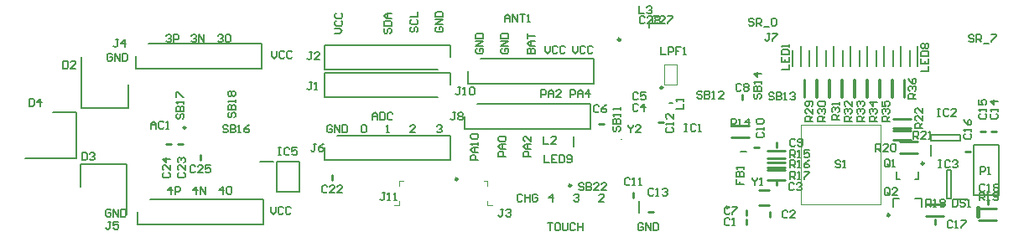
<source format=gto>
G04*
G04 #@! TF.GenerationSoftware,Altium Limited,Altium Designer,19.1.5 (86)*
G04*
G04 Layer_Color=65535*
%FSLAX25Y25*%
%MOIN*%
G70*
G01*
G75*
%ADD10C,0.01181*%
%ADD11C,0.00984*%
%ADD12C,0.00394*%
%ADD13C,0.01000*%
%ADD14C,0.00787*%
%ADD15C,0.01575*%
%ADD16C,0.00600*%
%ADD17C,0.00598*%
D10*
X340394Y183500D02*
G03*
X340394Y183500I-394J0D01*
G01*
D11*
X357350Y164382D02*
G03*
X357350Y164382I-492J0D01*
G01*
X275779Y127949D02*
G03*
X275779Y127949I-492J0D01*
G01*
X320905Y125480D02*
G03*
X320905Y125480I-492J0D01*
G01*
X383331Y116831D02*
G03*
X383331Y116831I-492J0D01*
G01*
X447512Y113626D02*
G03*
X447512Y113626I-492J0D01*
G01*
X461095Y134240D02*
G03*
X461095Y134240I-492J0D01*
G01*
X167693Y148453D02*
G03*
X167693Y148453I-492J0D01*
G01*
D12*
X340776Y143756D02*
G03*
X341169Y143756I197J0D01*
G01*
D02*
G03*
X340776Y143756I-197J0D01*
G01*
X358000Y173500D02*
X362921D01*
X358000Y165500D02*
Y173374D01*
X363000Y165500D02*
Y173374D01*
X358079Y165500D02*
X363000D01*
X250654Y117766D02*
X252654D01*
Y119266D01*
X287654Y117766D02*
Y119266D01*
Y117766D02*
X289654D01*
X252654Y125266D02*
Y127266D01*
X254154D01*
X286154D02*
X287654D01*
Y125266D02*
Y127266D01*
X412252Y118063D02*
X443748D01*
X412252D02*
Y149559D01*
X443748D01*
Y118063D02*
Y149559D01*
D13*
X448638Y160457D02*
Y167543D01*
X453362Y160457D02*
Y167543D01*
X332000Y149999D02*
X334000D01*
X355500Y150499D02*
X357500D01*
X388999Y159500D02*
Y161500D01*
X384457Y144638D02*
X391543D01*
X384457Y149362D02*
X391543D01*
X393500Y140499D02*
X395500D01*
X402499Y140500D02*
Y142500D01*
X390499Y113500D02*
Y115500D01*
Y110000D02*
Y112000D01*
X399999Y113000D02*
Y115000D01*
X395453Y117547D02*
X399390D01*
X395453Y123453D02*
X399390D01*
X402499Y125500D02*
Y127500D01*
X398957Y132452D02*
X406043D01*
X398957Y127728D02*
X406043D01*
X398957Y131455D02*
X406043D01*
X398957Y136179D02*
X406043D01*
X398957Y134638D02*
X406043D01*
X398957Y139362D02*
X406043D01*
X465501Y110000D02*
Y112000D01*
X461957Y117862D02*
X469043D01*
X461957Y113138D02*
X469043D01*
X488000Y147001D02*
X490000D01*
X483500D02*
X485500D01*
X477500Y139001D02*
X479500D01*
X451457Y142862D02*
X458543D01*
X451457Y138138D02*
X458543D01*
X448957Y143638D02*
X456043D01*
X448957Y148362D02*
X456043D01*
X448957Y147138D02*
X456043D01*
X448957Y151862D02*
X456043D01*
X443638Y160457D02*
Y167543D01*
X448362Y160457D02*
Y167543D01*
X438638Y160457D02*
Y167543D01*
X443362Y160457D02*
Y167543D01*
X433638Y160457D02*
Y167543D01*
X438362Y160457D02*
Y167543D01*
X428638Y160457D02*
Y167543D01*
X433362Y160457D02*
Y167543D01*
X423638Y160457D02*
Y167543D01*
X428362Y160457D02*
Y167543D01*
X418638Y160457D02*
Y167543D01*
X423362Y160457D02*
Y167543D01*
X413638Y160457D02*
Y167543D01*
X418362Y160457D02*
Y167543D01*
X225999Y127500D02*
Y129500D01*
X173499Y135500D02*
Y137500D01*
X164500Y142001D02*
X166500D01*
X160000D02*
X162000D01*
X486501Y118000D02*
Y120000D01*
X482957Y111638D02*
X490043D01*
X482957Y116362D02*
X490043D01*
X351500Y115001D02*
X353500D01*
X345501Y120500D02*
Y122500D01*
D14*
X448782Y172851D02*
Y179150D01*
X451932Y172851D02*
Y180921D01*
X352000Y188409D02*
Y189591D01*
X278500Y148098D02*
Y153000D01*
Y148098D02*
X328500D01*
Y157902D01*
X283500D02*
X328500D01*
X280000Y166098D02*
Y171000D01*
Y166098D02*
X330000D01*
Y175902D01*
X285000D02*
X330000D01*
X273000Y176500D02*
Y181402D01*
X223000D02*
X273000D01*
X223000Y171598D02*
Y181402D01*
Y171598D02*
X268000D01*
X273000Y165500D02*
Y170402D01*
X223000D02*
X273000D01*
X223000Y160598D02*
Y170402D01*
Y160598D02*
X268000D01*
X322000Y140933D02*
Y145067D01*
X348000Y114500D02*
Y119402D01*
X359909Y158165D02*
X361091D01*
X388319Y139000D02*
X390681D01*
X470213Y120291D02*
X471787D01*
X470213D02*
Y131709D01*
X471787D01*
Y120291D02*
Y131709D01*
X473165Y120094D02*
X478677D01*
X463854Y137236D02*
Y141764D01*
X463953Y143142D02*
X475567D01*
Y145701D01*
X463953D02*
X475567D01*
X463953Y143142D02*
Y145701D01*
X481000Y121500D02*
Y141500D01*
Y121500D02*
X491000D01*
Y141500D01*
X481000D02*
X491000D01*
X457650Y120122D02*
X460248D01*
Y116913D02*
Y120122D01*
X448752D02*
X451350D01*
X448752Y116913D02*
Y120122D01*
X450169Y128039D02*
X451547D01*
X450169D02*
Y130945D01*
X457453Y128039D02*
X458831D01*
Y130945D01*
X428854Y172851D02*
Y179150D01*
X432003Y172851D02*
Y180921D01*
X415568Y172851D02*
Y179150D01*
X418718Y172851D02*
Y180921D01*
X422211Y172851D02*
Y179150D01*
X425360Y172851D02*
Y180921D01*
X435497Y172851D02*
Y179150D01*
X438646Y172851D02*
Y180921D01*
X442139Y172851D02*
Y179150D01*
X445289Y172851D02*
Y180921D01*
X455425Y172851D02*
Y179150D01*
X458575Y172851D02*
Y180921D01*
X408925Y172851D02*
Y179150D01*
X412075Y172851D02*
Y180921D01*
X148000Y172098D02*
Y177000D01*
Y172098D02*
X198000D01*
Y181902D01*
X153000D02*
X198000D01*
X223000Y135598D02*
Y140500D01*
Y135598D02*
X273000D01*
Y145402D01*
X228000D02*
X273000D01*
X197083Y134906D02*
X202594D01*
X203972Y123094D02*
Y134906D01*
Y123094D02*
X213028D01*
Y134906D01*
X203972D02*
X213028D01*
X125748Y125000D02*
Y134055D01*
X144252D01*
Y113976D02*
Y134055D01*
X148500Y110098D02*
Y115000D01*
Y110098D02*
X198500D01*
Y119902D01*
X153500D02*
X198500D01*
X115000Y154752D02*
X124055D01*
Y136248D02*
Y154752D01*
X103976Y136248D02*
X124055D01*
X144752Y156445D02*
Y165500D01*
X126248Y156445D02*
X144752D01*
X126248D02*
Y176524D01*
D15*
X482496Y113425D02*
Y116575D01*
D16*
X242000Y151500D02*
Y153499D01*
X243000Y154499D01*
X243999Y153499D01*
Y151500D01*
Y152999D01*
X242000D01*
X244999Y154499D02*
Y151500D01*
X246498D01*
X246998Y152000D01*
Y153999D01*
X246498Y154499D01*
X244999D01*
X249997Y153999D02*
X249498Y154499D01*
X248498D01*
X247998Y153999D01*
Y152000D01*
X248498Y151500D01*
X249498D01*
X249997Y152000D01*
X225999Y148999D02*
X225500Y149499D01*
X224500D01*
X224000Y148999D01*
Y147000D01*
X224500Y146500D01*
X225500D01*
X225999Y147000D01*
Y148000D01*
X225000D01*
X226999Y146500D02*
Y149499D01*
X228998Y146500D01*
Y149499D01*
X229998D02*
Y146500D01*
X231498D01*
X231997Y147000D01*
Y148999D01*
X231498Y149499D01*
X229998D01*
X267500Y148999D02*
X268000Y149499D01*
X269000D01*
X269499Y148999D01*
Y148499D01*
X269000Y148000D01*
X268500D01*
X269000D01*
X269499Y147500D01*
Y147000D01*
X269000Y146500D01*
X268000D01*
X267500Y147000D01*
X258999Y146500D02*
X257000D01*
X258999Y148499D01*
Y148999D01*
X258500Y149499D01*
X257500D01*
X257000Y148999D01*
X247500Y146500D02*
X248500D01*
X248000D01*
Y149499D01*
X247500Y148999D01*
X237500D02*
X238000Y149499D01*
X239000D01*
X239499Y148999D01*
Y147000D01*
X239000Y146500D01*
X238000D01*
X237500Y147000D01*
Y148999D01*
X480999Y184999D02*
X480500Y185499D01*
X479500D01*
X479000Y184999D01*
Y184499D01*
X479500Y184000D01*
X480500D01*
X480999Y183500D01*
Y183000D01*
X480500Y182500D01*
X479500D01*
X479000Y183000D01*
X481999Y182500D02*
Y185499D01*
X483498D01*
X483998Y184999D01*
Y184000D01*
X483498Y183500D01*
X481999D01*
X482999D02*
X483998Y182500D01*
X484998Y182000D02*
X486997D01*
X487997Y185499D02*
X489996D01*
Y184999D01*
X487997Y183000D01*
Y182500D01*
X393499Y191499D02*
X393000Y191999D01*
X392000D01*
X391500Y191499D01*
Y190999D01*
X392000Y190499D01*
X393000D01*
X393499Y190000D01*
Y189500D01*
X393000Y189000D01*
X392000D01*
X391500Y189500D01*
X394499Y189000D02*
Y191999D01*
X395999D01*
X396498Y191499D01*
Y190499D01*
X395999Y190000D01*
X394499D01*
X395499D02*
X396498Y189000D01*
X397498Y188500D02*
X399497D01*
X400497Y191499D02*
X400997Y191999D01*
X401997D01*
X402496Y191499D01*
Y189500D01*
X401997Y189000D01*
X400997D01*
X400497Y189500D01*
Y191499D01*
X333999Y119000D02*
X332000D01*
X333999Y120999D01*
Y121499D01*
X333500Y121999D01*
X332500D01*
X332000Y121499D01*
X322000D02*
X322500Y121999D01*
X323499D01*
X323999Y121499D01*
Y120999D01*
X323499Y120500D01*
X323000D01*
X323499D01*
X323999Y120000D01*
Y119500D01*
X323499Y119000D01*
X322500D01*
X322000Y119500D01*
X313499Y119000D02*
Y121999D01*
X312000Y120500D01*
X313999D01*
X301499Y121499D02*
X300999Y121999D01*
X300000D01*
X299500Y121499D01*
Y119500D01*
X300000Y119000D01*
X300999D01*
X301499Y119500D01*
X302499Y121999D02*
Y119000D01*
Y120500D01*
X304498D01*
Y121999D01*
Y119000D01*
X307497Y121499D02*
X306998Y121999D01*
X305998D01*
X305498Y121499D01*
Y119500D01*
X305998Y119000D01*
X306998D01*
X307497Y119500D01*
Y120500D01*
X306498D01*
X349499Y109999D02*
X349000Y110499D01*
X348000D01*
X347500Y109999D01*
Y108000D01*
X348000Y107500D01*
X349000D01*
X349499Y108000D01*
Y109000D01*
X348500D01*
X350499Y107500D02*
Y110499D01*
X352498Y107500D01*
Y110499D01*
X353498D02*
Y107500D01*
X354998D01*
X355497Y108000D01*
Y109999D01*
X354998Y110499D01*
X353498D01*
X311500Y110499D02*
X313499D01*
X312500D01*
Y107500D01*
X315999Y110499D02*
X314999D01*
X314499Y109999D01*
Y108000D01*
X314999Y107500D01*
X315999D01*
X316498Y108000D01*
Y109999D01*
X315999Y110499D01*
X317498D02*
Y108000D01*
X317998Y107500D01*
X318998D01*
X319497Y108000D01*
Y110499D01*
X322496Y109999D02*
X321997Y110499D01*
X320997D01*
X320497Y109999D01*
Y108000D01*
X320997Y107500D01*
X321997D01*
X322496Y108000D01*
X323496Y110499D02*
Y107500D01*
Y109000D01*
X325496D01*
Y110499D01*
Y107500D01*
X320500Y160500D02*
Y163499D01*
X322000D01*
X322499Y162999D01*
Y161999D01*
X322000Y161500D01*
X320500D01*
X323499Y160500D02*
Y162499D01*
X324499Y163499D01*
X325498Y162499D01*
Y160500D01*
Y161999D01*
X323499D01*
X327998Y160500D02*
Y163499D01*
X326498Y161999D01*
X328497D01*
X309000Y160500D02*
Y163499D01*
X310500D01*
X310999Y162999D01*
Y161999D01*
X310500Y161500D01*
X309000D01*
X311999Y160500D02*
Y162499D01*
X312999Y163499D01*
X313998Y162499D01*
Y160500D01*
Y161999D01*
X311999D01*
X316997Y160500D02*
X314998D01*
X316997Y162499D01*
Y162999D01*
X316498Y163499D01*
X315498D01*
X314998Y162999D01*
X305000Y137000D02*
X302001D01*
Y138499D01*
X302501Y138999D01*
X303501D01*
X304000Y138499D01*
Y137000D01*
X305000Y139999D02*
X303001D01*
X302001Y140999D01*
X303001Y141998D01*
X305000D01*
X303501D01*
Y139999D01*
X305000Y144997D02*
Y142998D01*
X303001Y144997D01*
X302501D01*
X302001Y144498D01*
Y143498D01*
X302501Y142998D01*
X295000Y137000D02*
X292001D01*
Y138499D01*
X292501Y138999D01*
X293500D01*
X294000Y138499D01*
Y137000D01*
X295000Y139999D02*
X293001D01*
X292001Y140999D01*
X293001Y141998D01*
X295000D01*
X293500D01*
Y139999D01*
X292501Y142998D02*
X292001Y143498D01*
Y144498D01*
X292501Y144997D01*
X294500D01*
X295000Y144498D01*
Y143498D01*
X294500Y142998D01*
X292501D01*
X284000Y135500D02*
X281001D01*
Y136999D01*
X281501Y137499D01*
X282501D01*
X283000Y136999D01*
Y135500D01*
X284000Y138499D02*
X282001D01*
X281001Y139499D01*
X282001Y140498D01*
X284000D01*
X282501D01*
Y138499D01*
X284000Y141498D02*
Y142498D01*
Y141998D01*
X281001D01*
X281501Y141498D01*
Y143997D02*
X281001Y144497D01*
Y145497D01*
X281501Y145997D01*
X283500D01*
X284000Y145497D01*
Y144497D01*
X283500Y143997D01*
X281501D01*
X321500Y180999D02*
Y179000D01*
X322500Y178000D01*
X323499Y179000D01*
Y180999D01*
X326498Y180499D02*
X325998Y180999D01*
X324999D01*
X324499Y180499D01*
Y178500D01*
X324999Y178000D01*
X325998D01*
X326498Y178500D01*
X329497Y180499D02*
X328998Y180999D01*
X327998D01*
X327498Y180499D01*
Y178500D01*
X327998Y178000D01*
X328998D01*
X329497Y178500D01*
X310500Y180999D02*
Y179000D01*
X311500Y178000D01*
X312499Y179000D01*
Y180999D01*
X315498Y180499D02*
X314999Y180999D01*
X313999D01*
X313499Y180499D01*
Y178500D01*
X313999Y178000D01*
X314999D01*
X315498Y178500D01*
X318497Y180499D02*
X317998Y180999D01*
X316998D01*
X316498Y180499D01*
Y178500D01*
X316998Y178000D01*
X317998D01*
X318497Y178500D01*
X303501Y178000D02*
X306500D01*
Y179499D01*
X306000Y179999D01*
X305500D01*
X305000Y179499D01*
Y178000D01*
Y179499D01*
X304501Y179999D01*
X304001D01*
X303501Y179499D01*
Y178000D01*
X306500Y180999D02*
X304501D01*
X303501Y181999D01*
X304501Y182998D01*
X306500D01*
X305000D01*
Y180999D01*
X303501Y183998D02*
Y185997D01*
Y184998D01*
X306500D01*
X293501Y179999D02*
X293001Y179499D01*
Y178500D01*
X293501Y178000D01*
X295500D01*
X296000Y178500D01*
Y179499D01*
X295500Y179999D01*
X294500D01*
Y179000D01*
X296000Y180999D02*
X293001D01*
X296000Y182998D01*
X293001D01*
Y183998D02*
X296000D01*
Y185498D01*
X295500Y185997D01*
X293501D01*
X293001Y185498D01*
Y183998D01*
X283501Y179999D02*
X283001Y179499D01*
Y178500D01*
X283501Y178000D01*
X285500D01*
X286000Y178500D01*
Y179499D01*
X285500Y179999D01*
X284501D01*
Y179000D01*
X286000Y180999D02*
X283001D01*
X286000Y182998D01*
X283001D01*
Y183998D02*
X286000D01*
Y185498D01*
X285500Y185997D01*
X283501D01*
X283001Y185498D01*
Y183998D01*
X267501Y188499D02*
X267001Y187999D01*
Y187000D01*
X267501Y186500D01*
X269500D01*
X270000Y187000D01*
Y187999D01*
X269500Y188499D01*
X268500D01*
Y187500D01*
X270000Y189499D02*
X267001D01*
X270000Y191498D01*
X267001D01*
Y192498D02*
X270000D01*
Y193998D01*
X269500Y194497D01*
X267501D01*
X267001Y193998D01*
Y192498D01*
X257501Y188499D02*
X257001Y187999D01*
Y187000D01*
X257501Y186500D01*
X258001D01*
X258501Y187000D01*
Y187999D01*
X259000Y188499D01*
X259500D01*
X260000Y187999D01*
Y187000D01*
X259500Y186500D01*
X257501Y191498D02*
X257001Y190999D01*
Y189999D01*
X257501Y189499D01*
X259500D01*
X260000Y189999D01*
Y190999D01*
X259500Y191498D01*
X257001Y192498D02*
X260000D01*
Y194497D01*
X247001Y187999D02*
X246501Y187499D01*
Y186500D01*
X247001Y186000D01*
X247501D01*
X248001Y186500D01*
Y187499D01*
X248500Y187999D01*
X249000D01*
X249500Y187499D01*
Y186500D01*
X249000Y186000D01*
X246501Y188999D02*
X249500D01*
Y190499D01*
X249000Y190998D01*
X247001D01*
X246501Y190499D01*
Y188999D01*
X249500Y191998D02*
X247501D01*
X246501Y192998D01*
X247501Y193997D01*
X249500D01*
X248001D01*
Y191998D01*
X227001Y186000D02*
X229000D01*
X230000Y187000D01*
X229000Y187999D01*
X227001D01*
X227501Y190998D02*
X227001Y190499D01*
Y189499D01*
X227501Y188999D01*
X229500D01*
X230000Y189499D01*
Y190499D01*
X229500Y190998D01*
X227501Y193997D02*
X227001Y193498D01*
Y192498D01*
X227501Y191998D01*
X229500D01*
X230000Y192498D01*
Y193498D01*
X229500Y193997D01*
X160000Y184999D02*
X160500Y185499D01*
X161500D01*
X161999Y184999D01*
Y184499D01*
X161500Y184000D01*
X161000D01*
X161500D01*
X161999Y183500D01*
Y183000D01*
X161500Y182500D01*
X160500D01*
X160000Y183000D01*
X162999Y182500D02*
Y185499D01*
X164499D01*
X164998Y184999D01*
Y184000D01*
X164499Y183500D01*
X162999D01*
X170000Y184999D02*
X170500Y185499D01*
X171500D01*
X171999Y184999D01*
Y184499D01*
X171500Y184000D01*
X171000D01*
X171500D01*
X171999Y183500D01*
Y183000D01*
X171500Y182500D01*
X170500D01*
X170000Y183000D01*
X172999Y182500D02*
Y185499D01*
X174998Y182500D01*
Y185499D01*
X180500Y184999D02*
X181000Y185499D01*
X182000D01*
X182499Y184999D01*
Y184499D01*
X182000Y184000D01*
X181500D01*
X182000D01*
X182499Y183500D01*
Y183000D01*
X182000Y182500D01*
X181000D01*
X180500Y183000D01*
X184999Y185499D02*
X183999D01*
X183499Y184999D01*
Y183000D01*
X183999Y182500D01*
X184999D01*
X185498Y183000D01*
Y184999D01*
X184999Y185499D01*
X202000Y178999D02*
Y177000D01*
X203000Y176000D01*
X203999Y177000D01*
Y178999D01*
X206998Y178499D02*
X206499Y178999D01*
X205499D01*
X204999Y178499D01*
Y176500D01*
X205499Y176000D01*
X206499D01*
X206998Y176500D01*
X209997Y178499D02*
X209498Y178999D01*
X208498D01*
X207998Y178499D01*
Y176500D01*
X208498Y176000D01*
X209498D01*
X209997Y176500D01*
X138499Y177499D02*
X137999Y177999D01*
X137000D01*
X136500Y177499D01*
Y175500D01*
X137000Y175000D01*
X137999D01*
X138499Y175500D01*
Y176499D01*
X137500D01*
X139499Y175000D02*
Y177999D01*
X141498Y175000D01*
Y177999D01*
X142498D02*
Y175000D01*
X143998D01*
X144497Y175500D01*
Y177499D01*
X143998Y177999D01*
X142498D01*
X201500Y116999D02*
Y115000D01*
X202500Y114000D01*
X203499Y115000D01*
Y116999D01*
X206498Y116499D02*
X205998Y116999D01*
X204999D01*
X204499Y116499D01*
Y114500D01*
X204999Y114000D01*
X205998D01*
X206498Y114500D01*
X209497Y116499D02*
X208998Y116999D01*
X207998D01*
X207498Y116499D01*
Y114500D01*
X207998Y114000D01*
X208998D01*
X209497Y114500D01*
X137999Y115499D02*
X137499Y115999D01*
X136500D01*
X136000Y115499D01*
Y113500D01*
X136500Y113000D01*
X137499D01*
X137999Y113500D01*
Y114499D01*
X137000D01*
X138999Y113000D02*
Y115999D01*
X140998Y113000D01*
Y115999D01*
X141998D02*
Y113000D01*
X143498D01*
X143997Y113500D01*
Y115499D01*
X143498Y115999D01*
X141998D01*
X182500Y122000D02*
Y124999D01*
X181000Y123500D01*
X182999D01*
X185499Y124999D02*
X184499D01*
X183999Y124499D01*
Y122500D01*
X184499Y122000D01*
X185499D01*
X185998Y122500D01*
Y124499D01*
X185499Y124999D01*
X172000Y122000D02*
Y124999D01*
X170500Y123500D01*
X172499D01*
X173499Y122000D02*
Y124999D01*
X175498Y122000D01*
Y124999D01*
X161999Y122000D02*
Y124999D01*
X160500Y123500D01*
X162499D01*
X163499Y122000D02*
Y124999D01*
X164999D01*
X165498Y124499D01*
Y123500D01*
X164999Y123000D01*
X163499D01*
X347900Y196899D02*
Y193900D01*
X349899D01*
X350899Y196399D02*
X351399Y196899D01*
X352398D01*
X352898Y196399D01*
Y195899D01*
X352398Y195399D01*
X351899D01*
X352398D01*
X352898Y194900D01*
Y194400D01*
X352398Y193900D01*
X351399D01*
X350899Y194400D01*
X350199Y192299D02*
X349699Y192799D01*
X348700D01*
X348200Y192299D01*
Y190300D01*
X348700Y189800D01*
X349699D01*
X350199Y190300D01*
X353198Y189800D02*
X351199D01*
X353198Y191799D01*
Y192299D01*
X352698Y192799D01*
X351699D01*
X351199Y192299D01*
X354198D02*
X354698Y192799D01*
X355698D01*
X356197Y192299D01*
Y191799D01*
X355698Y191299D01*
X356197Y190800D01*
Y190300D01*
X355698Y189800D01*
X354698D01*
X354198Y190300D01*
Y190800D01*
X354698Y191299D01*
X354198Y191799D01*
Y192299D01*
X354698Y191299D02*
X355698D01*
X355199Y192299D02*
X354699Y192799D01*
X353700D01*
X353200Y192299D01*
Y190300D01*
X353700Y189800D01*
X354699D01*
X355199Y190300D01*
X358198Y189800D02*
X356199D01*
X358198Y191799D01*
Y192299D01*
X357698Y192799D01*
X356699D01*
X356199Y192299D01*
X359198Y192799D02*
X361197D01*
Y192299D01*
X359198Y190300D01*
Y189800D01*
X294500Y190500D02*
Y192499D01*
X295500Y193499D01*
X296499Y192499D01*
Y190500D01*
Y191999D01*
X294500D01*
X297499Y190500D02*
Y193499D01*
X299498Y190500D01*
Y193499D01*
X300498D02*
X302497D01*
X301498D01*
Y190500D01*
X303497D02*
X304497D01*
X303997D01*
Y193499D01*
X303497Y192999D01*
X356500Y180599D02*
Y177600D01*
X358499D01*
X359499D02*
Y180599D01*
X360999D01*
X361498Y180099D01*
Y179100D01*
X360999Y178600D01*
X359499D01*
X364497Y180599D02*
X362498D01*
Y179100D01*
X363498D01*
X362498D01*
Y177600D01*
X365497D02*
X366497D01*
X365997D01*
Y180599D01*
X365497Y180099D01*
X457000Y144000D02*
Y146999D01*
X458499D01*
X458999Y146499D01*
Y145500D01*
X458499Y145000D01*
X457000D01*
X458000D02*
X458999Y144000D01*
X461998D02*
X459999D01*
X461998Y145999D01*
Y146499D01*
X461498Y146999D01*
X460499D01*
X459999Y146499D01*
X462998Y144000D02*
X463998D01*
X463498D01*
Y146999D01*
X462998Y146499D01*
X204500Y140499D02*
X205500D01*
X205000D01*
Y137500D01*
X204500D01*
X205500D01*
X208998Y139999D02*
X208499Y140499D01*
X207499D01*
X206999Y139999D01*
Y138000D01*
X207499Y137500D01*
X208499D01*
X208998Y138000D01*
X211998Y140499D02*
X209998D01*
Y138999D01*
X210998Y139499D01*
X211498D01*
X211998Y138999D01*
Y138000D01*
X211498Y137500D01*
X210498D01*
X209998Y138000D01*
X223999Y124999D02*
X223499Y125499D01*
X222500D01*
X222000Y124999D01*
Y123000D01*
X222500Y122500D01*
X223499D01*
X223999Y123000D01*
X226998Y122500D02*
X224999D01*
X226998Y124499D01*
Y124999D01*
X226499Y125499D01*
X225499D01*
X224999Y124999D01*
X229997Y122500D02*
X227998D01*
X229997Y124499D01*
Y124999D01*
X229498Y125499D01*
X228498D01*
X227998Y124999D01*
X343500Y149499D02*
Y148999D01*
X344500Y148000D01*
X345499Y148999D01*
Y149499D01*
X344500Y148000D02*
Y146500D01*
X348498D02*
X346499D01*
X348498Y148499D01*
Y148999D01*
X347998Y149499D01*
X346999D01*
X346499Y148999D01*
X393000Y128499D02*
Y127999D01*
X394000Y126999D01*
X394999Y127999D01*
Y128499D01*
X394000Y126999D02*
Y125500D01*
X395999D02*
X396999D01*
X396499D01*
Y128499D01*
X395999Y127999D01*
X325999Y125999D02*
X325500Y126499D01*
X324500D01*
X324000Y125999D01*
Y125499D01*
X324500Y124999D01*
X325500D01*
X325999Y124500D01*
Y124000D01*
X325500Y123500D01*
X324500D01*
X324000Y124000D01*
X326999Y126499D02*
Y123500D01*
X328499D01*
X328998Y124000D01*
Y124500D01*
X328499Y124999D01*
X326999D01*
X328499D01*
X328998Y125499D01*
Y125999D01*
X328499Y126499D01*
X326999D01*
X331997Y123500D02*
X329998D01*
X331997Y125499D01*
Y125999D01*
X331498Y126499D01*
X330498D01*
X329998Y125999D01*
X334996Y123500D02*
X332997D01*
X334996Y125499D01*
Y125999D01*
X334497Y126499D01*
X333497D01*
X332997Y125999D01*
X185001Y154499D02*
X184501Y153999D01*
Y153000D01*
X185001Y152500D01*
X185501D01*
X186001Y153000D01*
Y153999D01*
X186500Y154499D01*
X187000D01*
X187500Y153999D01*
Y153000D01*
X187000Y152500D01*
X184501Y155499D02*
X187500D01*
Y156999D01*
X187000Y157498D01*
X186500D01*
X186001Y156999D01*
Y155499D01*
Y156999D01*
X185501Y157498D01*
X185001D01*
X184501Y156999D01*
Y155499D01*
X187500Y158498D02*
Y159498D01*
Y158998D01*
X184501D01*
X185001Y158498D01*
Y160997D02*
X184501Y161497D01*
Y162497D01*
X185001Y162997D01*
X185501D01*
X186001Y162497D01*
X186500Y162997D01*
X187000D01*
X187500Y162497D01*
Y161497D01*
X187000Y160997D01*
X186500D01*
X186001Y161497D01*
X185501Y160997D01*
X185001D01*
X186001Y161497D02*
Y162497D01*
X164501Y153999D02*
X164001Y153499D01*
Y152500D01*
X164501Y152000D01*
X165001D01*
X165500Y152500D01*
Y153499D01*
X166000Y153999D01*
X166500D01*
X167000Y153499D01*
Y152500D01*
X166500Y152000D01*
X164001Y154999D02*
X167000D01*
Y156499D01*
X166500Y156998D01*
X166000D01*
X165500Y156499D01*
Y154999D01*
Y156499D01*
X165001Y156998D01*
X164501D01*
X164001Y156499D01*
Y154999D01*
X167000Y157998D02*
Y158998D01*
Y158498D01*
X164001D01*
X164501Y157998D01*
X164001Y160497D02*
Y162497D01*
X164501D01*
X166500Y160497D01*
X167000D01*
X184499Y148999D02*
X184000Y149499D01*
X183000D01*
X182500Y148999D01*
Y148499D01*
X183000Y148000D01*
X184000D01*
X184499Y147500D01*
Y147000D01*
X184000Y146500D01*
X183000D01*
X182500Y147000D01*
X185499Y149499D02*
Y146500D01*
X186999D01*
X187498Y147000D01*
Y147500D01*
X186999Y148000D01*
X185499D01*
X186999D01*
X187498Y148499D01*
Y148999D01*
X186999Y149499D01*
X185499D01*
X188498Y146500D02*
X189498D01*
X188998D01*
Y149499D01*
X188498Y148999D01*
X192997Y149499D02*
X191997Y148999D01*
X190997Y148000D01*
Y147000D01*
X191497Y146500D01*
X192497D01*
X192997Y147000D01*
Y147500D01*
X192497Y148000D01*
X190997D01*
X394001Y161999D02*
X393501Y161500D01*
Y160500D01*
X394001Y160000D01*
X394501D01*
X395001Y160500D01*
Y161500D01*
X395500Y161999D01*
X396000D01*
X396500Y161500D01*
Y160500D01*
X396000Y160000D01*
X393501Y162999D02*
X396500D01*
Y164499D01*
X396000Y164998D01*
X395500D01*
X395001Y164499D01*
Y162999D01*
Y164499D01*
X394501Y164998D01*
X394001D01*
X393501Y164499D01*
Y162999D01*
X396500Y165998D02*
Y166998D01*
Y166498D01*
X393501D01*
X394001Y165998D01*
X396500Y169997D02*
X393501D01*
X395001Y168497D01*
Y170497D01*
X401499Y161999D02*
X400999Y162499D01*
X400000D01*
X399500Y161999D01*
Y161499D01*
X400000Y161000D01*
X400999D01*
X401499Y160500D01*
Y160000D01*
X400999Y159500D01*
X400000D01*
X399500Y160000D01*
X402499Y162499D02*
Y159500D01*
X403999D01*
X404498Y160000D01*
Y160500D01*
X403999Y161000D01*
X402499D01*
X403999D01*
X404498Y161499D01*
Y161999D01*
X403999Y162499D01*
X402499D01*
X405498Y159500D02*
X406498D01*
X405998D01*
Y162499D01*
X405498Y161999D01*
X407997D02*
X408497Y162499D01*
X409497D01*
X409997Y161999D01*
Y161499D01*
X409497Y161000D01*
X408997D01*
X409497D01*
X409997Y160500D01*
Y160000D01*
X409497Y159500D01*
X408497D01*
X407997Y160000D01*
X372999Y162499D02*
X372499Y162999D01*
X371500D01*
X371000Y162499D01*
Y161999D01*
X371500Y161500D01*
X372499D01*
X372999Y161000D01*
Y160500D01*
X372499Y160000D01*
X371500D01*
X371000Y160500D01*
X373999Y162999D02*
Y160000D01*
X375499D01*
X375998Y160500D01*
Y161000D01*
X375499Y161500D01*
X373999D01*
X375499D01*
X375998Y161999D01*
Y162499D01*
X375499Y162999D01*
X373999D01*
X376998Y160000D02*
X377998D01*
X377498D01*
Y162999D01*
X376998Y162499D01*
X381497Y160000D02*
X379497D01*
X381497Y161999D01*
Y162499D01*
X380997Y162999D01*
X379997D01*
X379497Y162499D01*
X338001Y148999D02*
X337501Y148500D01*
Y147500D01*
X338001Y147000D01*
X338501D01*
X339001Y147500D01*
Y148500D01*
X339500Y148999D01*
X340000D01*
X340500Y148500D01*
Y147500D01*
X340000Y147000D01*
X337501Y149999D02*
X340500D01*
Y151499D01*
X340000Y151998D01*
X339500D01*
X339001Y151499D01*
Y149999D01*
Y151499D01*
X338501Y151998D01*
X338001D01*
X337501Y151499D01*
Y149999D01*
X340500Y152998D02*
Y153998D01*
Y153498D01*
X337501D01*
X338001Y152998D01*
X340500Y155497D02*
Y156497D01*
Y155997D01*
X337501D01*
X338001Y155497D01*
X427999Y134999D02*
X427499Y135499D01*
X426500D01*
X426000Y134999D01*
Y134499D01*
X426500Y134000D01*
X427499D01*
X427999Y133500D01*
Y133000D01*
X427499Y132500D01*
X426500D01*
X426000Y133000D01*
X428999Y132500D02*
X429999D01*
X429499D01*
Y135499D01*
X428999Y134999D01*
X458000Y160000D02*
X455001D01*
Y161500D01*
X455501Y161999D01*
X456500D01*
X457000Y161500D01*
Y160000D01*
Y161000D02*
X458000Y161999D01*
X455501Y162999D02*
X455001Y163499D01*
Y164499D01*
X455501Y164998D01*
X456001D01*
X456500Y164499D01*
Y163999D01*
Y164499D01*
X457000Y164998D01*
X457500D01*
X458000Y164499D01*
Y163499D01*
X457500Y162999D01*
X455001Y167997D02*
X455501Y166998D01*
X456500Y165998D01*
X457500D01*
X458000Y166498D01*
Y167498D01*
X457500Y167997D01*
X457000D01*
X456500Y167498D01*
Y165998D01*
X447500Y151000D02*
X444501D01*
Y152499D01*
X445001Y152999D01*
X446000D01*
X446500Y152499D01*
Y151000D01*
Y152000D02*
X447500Y152999D01*
X445001Y153999D02*
X444501Y154499D01*
Y155499D01*
X445001Y155998D01*
X445501D01*
X446000Y155499D01*
Y154999D01*
Y155499D01*
X446500Y155998D01*
X447000D01*
X447500Y155499D01*
Y154499D01*
X447000Y153999D01*
X444501Y158997D02*
Y156998D01*
X446000D01*
X445501Y157998D01*
Y158498D01*
X446000Y158997D01*
X447000D01*
X447500Y158498D01*
Y157498D01*
X447000Y156998D01*
X442500Y151000D02*
X439501D01*
Y152499D01*
X440001Y152999D01*
X441001D01*
X441500Y152499D01*
Y151000D01*
Y152000D02*
X442500Y152999D01*
X440001Y153999D02*
X439501Y154499D01*
Y155499D01*
X440001Y155998D01*
X440501D01*
X441001Y155499D01*
Y154999D01*
Y155499D01*
X441500Y155998D01*
X442000D01*
X442500Y155499D01*
Y154499D01*
X442000Y153999D01*
X442500Y158498D02*
X439501D01*
X441001Y156998D01*
Y158997D01*
X437500Y151000D02*
X434501D01*
Y152499D01*
X435001Y152999D01*
X436000D01*
X436500Y152499D01*
Y151000D01*
Y152000D02*
X437500Y152999D01*
X435001Y153999D02*
X434501Y154499D01*
Y155499D01*
X435001Y155998D01*
X435501D01*
X436000Y155499D01*
Y154999D01*
Y155499D01*
X436500Y155998D01*
X437000D01*
X437500Y155499D01*
Y154499D01*
X437000Y153999D01*
X435001Y156998D02*
X434501Y157498D01*
Y158498D01*
X435001Y158997D01*
X435501D01*
X436000Y158498D01*
Y157998D01*
Y158498D01*
X436500Y158997D01*
X437000D01*
X437500Y158498D01*
Y157498D01*
X437000Y156998D01*
X432500Y151000D02*
X429501D01*
Y152499D01*
X430001Y152999D01*
X431001D01*
X431500Y152499D01*
Y151000D01*
Y152000D02*
X432500Y152999D01*
X430001Y153999D02*
X429501Y154499D01*
Y155499D01*
X430001Y155998D01*
X430501D01*
X431001Y155499D01*
Y154999D01*
Y155499D01*
X431500Y155998D01*
X432000D01*
X432500Y155499D01*
Y154499D01*
X432000Y153999D01*
X432500Y158997D02*
Y156998D01*
X430501Y158997D01*
X430001D01*
X429501Y158498D01*
Y157498D01*
X430001Y156998D01*
X427500Y151500D02*
X424501D01*
Y152999D01*
X425001Y153499D01*
X426000D01*
X426500Y152999D01*
Y151500D01*
Y152500D02*
X427500Y153499D01*
X425001Y154499D02*
X424501Y154999D01*
Y155999D01*
X425001Y156498D01*
X425501D01*
X426000Y155999D01*
Y155499D01*
Y155999D01*
X426500Y156498D01*
X427000D01*
X427500Y155999D01*
Y154999D01*
X427000Y154499D01*
X427500Y157498D02*
Y158498D01*
Y157998D01*
X424501D01*
X425001Y157498D01*
X422000Y151000D02*
X419001D01*
Y152499D01*
X419501Y152999D01*
X420501D01*
X421000Y152499D01*
Y151000D01*
Y152000D02*
X422000Y152999D01*
X419501Y153999D02*
X419001Y154499D01*
Y155499D01*
X419501Y155998D01*
X420001D01*
X420501Y155499D01*
Y154999D01*
Y155499D01*
X421000Y155998D01*
X421500D01*
X422000Y155499D01*
Y154499D01*
X421500Y153999D01*
X419501Y156998D02*
X419001Y157498D01*
Y158498D01*
X419501Y158997D01*
X421500D01*
X422000Y158498D01*
Y157498D01*
X421500Y156998D01*
X419501D01*
X417000Y151000D02*
X414001D01*
Y152499D01*
X414501Y152999D01*
X415500D01*
X416000Y152499D01*
Y151000D01*
Y152000D02*
X417000Y152999D01*
Y155998D02*
Y153999D01*
X415001Y155998D01*
X414501D01*
X414001Y155499D01*
Y154499D01*
X414501Y153999D01*
X416500Y156998D02*
X417000Y157498D01*
Y158498D01*
X416500Y158997D01*
X414501D01*
X414001Y158498D01*
Y157498D01*
X414501Y156998D01*
X415001D01*
X415500Y157498D01*
Y158997D01*
X460604Y148200D02*
X457605D01*
Y149699D01*
X458105Y150199D01*
X459104D01*
X459604Y149699D01*
Y148200D01*
Y149200D02*
X460604Y150199D01*
Y153198D02*
Y151199D01*
X458604Y153198D01*
X458105D01*
X457605Y152699D01*
Y151699D01*
X458105Y151199D01*
X460604Y156197D02*
Y154198D01*
X458604Y156197D01*
X458105D01*
X457605Y155698D01*
Y154698D01*
X458105Y154198D01*
X442000Y139000D02*
Y141999D01*
X443500D01*
X443999Y141499D01*
Y140499D01*
X443500Y140000D01*
X442000D01*
X443000D02*
X443999Y139000D01*
X446998D02*
X444999D01*
X446998Y140999D01*
Y141499D01*
X446498Y141999D01*
X445499D01*
X444999Y141499D01*
X447998D02*
X448498Y141999D01*
X449498D01*
X449997Y141499D01*
Y139500D01*
X449498Y139000D01*
X448498D01*
X447998Y139500D01*
Y141499D01*
X483100Y119500D02*
Y122499D01*
X484599D01*
X485099Y121999D01*
Y121000D01*
X484599Y120500D01*
X483100D01*
X484100D02*
X485099Y119500D01*
X486099D02*
X487099D01*
X486599D01*
Y122499D01*
X486099Y121999D01*
X488598Y120000D02*
X489098Y119500D01*
X490098D01*
X490598Y120000D01*
Y121999D01*
X490098Y122499D01*
X489098D01*
X488598Y121999D01*
Y121499D01*
X489098Y121000D01*
X490598D01*
X462000Y117000D02*
Y119999D01*
X463499D01*
X463999Y119499D01*
Y118500D01*
X463499Y118000D01*
X462000D01*
X463000D02*
X463999Y117000D01*
X464999D02*
X465999D01*
X465499D01*
Y119999D01*
X464999Y119499D01*
X467498D02*
X467998Y119999D01*
X468998D01*
X469498Y119499D01*
Y118999D01*
X468998Y118500D01*
X469498Y118000D01*
Y117500D01*
X468998Y117000D01*
X467998D01*
X467498Y117500D01*
Y118000D01*
X467998Y118500D01*
X467498Y118999D01*
Y119499D01*
X467998Y118500D02*
X468998D01*
X408000Y128000D02*
Y130999D01*
X409500D01*
X409999Y130499D01*
Y129499D01*
X409500Y129000D01*
X408000D01*
X409000D02*
X409999Y128000D01*
X410999D02*
X411999D01*
X411499D01*
Y130999D01*
X410999Y130499D01*
X413498Y130999D02*
X415498D01*
Y130499D01*
X413498Y128500D01*
Y128000D01*
X408000Y132500D02*
Y135499D01*
X409500D01*
X409999Y134999D01*
Y134000D01*
X409500Y133500D01*
X408000D01*
X409000D02*
X409999Y132500D01*
X410999D02*
X411999D01*
X411499D01*
Y135499D01*
X410999Y134999D01*
X415498Y135499D02*
X414498Y134999D01*
X413498Y134000D01*
Y133000D01*
X413998Y132500D01*
X414998D01*
X415498Y133000D01*
Y133500D01*
X414998Y134000D01*
X413498D01*
X408000Y136500D02*
Y139499D01*
X409500D01*
X409999Y138999D01*
Y137999D01*
X409500Y137500D01*
X408000D01*
X409000D02*
X409999Y136500D01*
X410999D02*
X411999D01*
X411499D01*
Y139499D01*
X410999Y138999D01*
X415498Y139499D02*
X413498D01*
Y137999D01*
X414498Y138499D01*
X414998D01*
X415498Y137999D01*
Y137000D01*
X414998Y136500D01*
X413998D01*
X413498Y137000D01*
X384500Y149000D02*
Y151999D01*
X385999D01*
X386499Y151499D01*
Y150499D01*
X385999Y150000D01*
X384500D01*
X385500D02*
X386499Y149000D01*
X387499D02*
X388499D01*
X387999D01*
Y151999D01*
X387499Y151499D01*
X391498Y149000D02*
Y151999D01*
X389998Y150499D01*
X391998D01*
X447499Y122000D02*
Y123999D01*
X447000Y124499D01*
X446000D01*
X445500Y123999D01*
Y122000D01*
X446000Y121500D01*
X447000D01*
X446500Y122500D02*
X447499Y121500D01*
X447000D02*
X447499Y122000D01*
X450498Y121500D02*
X448499D01*
X450498Y123499D01*
Y123999D01*
X449999Y124499D01*
X448999D01*
X448499Y123999D01*
X447507Y133376D02*
Y135375D01*
X447007Y135875D01*
X446007D01*
X445507Y135375D01*
Y133376D01*
X446007Y132876D01*
X447007D01*
X446507Y133875D02*
X447507Y132876D01*
X447007D02*
X447507Y133376D01*
X448506Y132876D02*
X449506D01*
X449006D01*
Y135875D01*
X448506Y135375D01*
X483500Y130000D02*
Y132999D01*
X485000D01*
X485499Y132499D01*
Y131500D01*
X485000Y131000D01*
X483500D01*
X486499Y130000D02*
X487499D01*
X486999D01*
Y132999D01*
X486499Y132499D01*
X310156Y137599D02*
Y134600D01*
X312156D01*
X315155Y137599D02*
X313156D01*
Y134600D01*
X315155D01*
X313156Y136100D02*
X314155D01*
X316155Y137599D02*
Y134600D01*
X317654D01*
X318154Y135100D01*
Y137099D01*
X317654Y137599D01*
X316155D01*
X319154Y135100D02*
X319653Y134600D01*
X320653D01*
X321153Y135100D01*
Y137099D01*
X320653Y137599D01*
X319653D01*
X319154Y137099D01*
Y136599D01*
X319653Y136100D01*
X321153D01*
X460001Y171000D02*
X463000D01*
Y172999D01*
X460001Y175998D02*
Y173999D01*
X463000D01*
Y175998D01*
X461501Y173999D02*
Y174999D01*
X460001Y176998D02*
X463000D01*
Y178498D01*
X462500Y178997D01*
X460501D01*
X460001Y178498D01*
Y176998D01*
X460501Y179997D02*
X460001Y180497D01*
Y181497D01*
X460501Y181996D01*
X461001D01*
X461501Y181497D01*
X462000Y181996D01*
X462500D01*
X463000Y181497D01*
Y180497D01*
X462500Y179997D01*
X462000D01*
X461501Y180497D01*
X461001Y179997D01*
X460501D01*
X461501Y180497D02*
Y181497D01*
X404501Y171500D02*
X407500D01*
Y173499D01*
X404501Y176498D02*
Y174499D01*
X407500D01*
Y176498D01*
X406001Y174499D02*
Y175499D01*
X404501Y177498D02*
X407500D01*
Y178998D01*
X407000Y179497D01*
X405001D01*
X404501Y178998D01*
Y177498D01*
X407500Y180497D02*
Y181497D01*
Y180997D01*
X404501D01*
X405001Y180497D01*
X310000Y144999D02*
Y142000D01*
X311999D01*
X314998D02*
X312999D01*
X314998Y143999D01*
Y144499D01*
X314498Y144999D01*
X313499D01*
X312999Y144499D01*
X362501Y156000D02*
X365500D01*
Y157999D01*
Y158999D02*
Y159999D01*
Y159499D01*
X362501D01*
X363001Y158999D01*
X246999Y122499D02*
X246000D01*
X246499D01*
Y120000D01*
X246000Y119500D01*
X245500D01*
X245000Y120000D01*
X247999Y119500D02*
X248999D01*
X248499D01*
Y122499D01*
X247999Y121999D01*
X250498Y119500D02*
X251498D01*
X250998D01*
Y122499D01*
X250498Y121999D01*
X276999Y164499D02*
X276000D01*
X276500D01*
Y162000D01*
X276000Y161500D01*
X275500D01*
X275000Y162000D01*
X277999Y161500D02*
X278999D01*
X278499D01*
Y164499D01*
X277999Y163999D01*
X280498D02*
X280998Y164499D01*
X281998D01*
X282498Y163999D01*
Y162000D01*
X281998Y161500D01*
X280998D01*
X280498Y162000D01*
Y163999D01*
X274999Y154499D02*
X274000D01*
X274500D01*
Y152000D01*
X274000Y151500D01*
X273500D01*
X273000Y152000D01*
X275999Y153999D02*
X276499Y154499D01*
X277499D01*
X277998Y153999D01*
Y153499D01*
X277499Y152999D01*
X277998Y152500D01*
Y152000D01*
X277499Y151500D01*
X276499D01*
X275999Y152000D01*
Y152500D01*
X276499Y152999D01*
X275999Y153499D01*
Y153999D01*
X276499Y152999D02*
X277499D01*
X399999Y185999D02*
X399000D01*
X399500D01*
Y183500D01*
X399000Y183000D01*
X398500D01*
X398000Y183500D01*
X400999Y185999D02*
X402998D01*
Y185499D01*
X400999Y183500D01*
Y183000D01*
X219499Y141999D02*
X218500D01*
X219000D01*
Y139500D01*
X218500Y139000D01*
X218000D01*
X217500Y139500D01*
X222498Y141999D02*
X221499Y141499D01*
X220499Y140499D01*
Y139500D01*
X220999Y139000D01*
X221999D01*
X222498Y139500D01*
Y140000D01*
X221999Y140499D01*
X220499D01*
X137999Y110999D02*
X137000D01*
X137499D01*
Y108500D01*
X137000Y108000D01*
X136500D01*
X136000Y108500D01*
X140998Y110999D02*
X138999D01*
Y109500D01*
X139999Y109999D01*
X140499D01*
X140998Y109500D01*
Y108500D01*
X140499Y108000D01*
X139499D01*
X138999Y108500D01*
X293999Y115999D02*
X293000D01*
X293499D01*
Y113500D01*
X293000Y113000D01*
X292500D01*
X292000Y113500D01*
X294999Y115499D02*
X295499Y115999D01*
X296498D01*
X296998Y115499D01*
Y114999D01*
X296498Y114499D01*
X295999D01*
X296498D01*
X296998Y114000D01*
Y113500D01*
X296498Y113000D01*
X295499D01*
X294999Y113500D01*
X217999Y178499D02*
X217000D01*
X217499D01*
Y176000D01*
X217000Y175500D01*
X216500D01*
X216000Y176000D01*
X220998Y175500D02*
X218999D01*
X220998Y177499D01*
Y177999D01*
X220498Y178499D01*
X219499D01*
X218999Y177999D01*
X217999Y166499D02*
X217000D01*
X217499D01*
Y164000D01*
X217000Y163500D01*
X216500D01*
X216000Y164000D01*
X218999Y163500D02*
X219999D01*
X219499D01*
Y166499D01*
X218999Y165999D01*
X467000Y135499D02*
X468000D01*
X467500D01*
Y132500D01*
X467000D01*
X468000D01*
X471498Y134999D02*
X470999Y135499D01*
X469999D01*
X469499Y134999D01*
Y133000D01*
X469999Y132500D01*
X470999D01*
X471498Y133000D01*
X472498Y134999D02*
X472998Y135499D01*
X473998D01*
X474498Y134999D01*
Y134499D01*
X473998Y134000D01*
X473498D01*
X473998D01*
X474498Y133500D01*
Y133000D01*
X473998Y132500D01*
X472998D01*
X472498Y133000D01*
X466500Y155999D02*
X467500D01*
X467000D01*
Y153000D01*
X466500D01*
X467500D01*
X470998Y155499D02*
X470499Y155999D01*
X469499D01*
X468999Y155499D01*
Y153500D01*
X469499Y153000D01*
X470499D01*
X470998Y153500D01*
X473998Y153000D02*
X471998D01*
X473998Y154999D01*
Y155499D01*
X473498Y155999D01*
X472498D01*
X471998Y155499D01*
X366000Y149999D02*
X367000D01*
X366500D01*
Y147000D01*
X366000D01*
X367000D01*
X370498Y149499D02*
X369999Y149999D01*
X368999D01*
X368499Y149499D01*
Y147500D01*
X368999Y147000D01*
X369999D01*
X370498Y147500D01*
X371498Y147000D02*
X372498D01*
X371998D01*
Y149999D01*
X371498Y149499D01*
X386501Y127999D02*
Y126000D01*
X388000D01*
Y127000D01*
Y126000D01*
X389500D01*
X386501Y128999D02*
X389500D01*
Y130499D01*
X389000Y130998D01*
X388500D01*
X388000Y130499D01*
Y128999D01*
Y130499D01*
X387501Y130998D01*
X387001D01*
X386501Y130499D01*
Y128999D01*
X389500Y131998D02*
Y132998D01*
Y132498D01*
X386501D01*
X387001Y131998D01*
X472500Y119999D02*
Y117000D01*
X474000D01*
X474499Y117500D01*
Y119499D01*
X474000Y119999D01*
X472500D01*
X477498Y119499D02*
X476999Y119999D01*
X475999D01*
X475499Y119499D01*
Y118999D01*
X475999Y118500D01*
X476999D01*
X477498Y118000D01*
Y117500D01*
X476999Y117000D01*
X475999D01*
X475499Y117500D01*
X478498Y117000D02*
X479498D01*
X478998D01*
Y119999D01*
X478498Y119499D01*
X105500Y159999D02*
Y157000D01*
X107000D01*
X107499Y157500D01*
Y159499D01*
X107000Y159999D01*
X105500D01*
X109999Y157000D02*
Y159999D01*
X108499Y158500D01*
X110498D01*
X126500Y138499D02*
Y135500D01*
X127999D01*
X128499Y136000D01*
Y137999D01*
X127999Y138499D01*
X126500D01*
X129499Y137999D02*
X129999Y138499D01*
X130999D01*
X131498Y137999D01*
Y137499D01*
X130999Y136999D01*
X130499D01*
X130999D01*
X131498Y136500D01*
Y136000D01*
X130999Y135500D01*
X129999D01*
X129499Y136000D01*
X119000Y174999D02*
Y172000D01*
X120500D01*
X120999Y172500D01*
Y174499D01*
X120500Y174999D01*
X119000D01*
X123998Y172000D02*
X121999D01*
X123998Y173999D01*
Y174499D01*
X123499Y174999D01*
X122499D01*
X121999Y174499D01*
X171499Y132999D02*
X171000Y133499D01*
X170000D01*
X169500Y132999D01*
Y131000D01*
X170000Y130500D01*
X171000D01*
X171499Y131000D01*
X174498Y130500D02*
X172499D01*
X174498Y132499D01*
Y132999D01*
X173999Y133499D01*
X172999D01*
X172499Y132999D01*
X177497Y133499D02*
X175498D01*
Y132000D01*
X176498Y132499D01*
X176998D01*
X177497Y132000D01*
Y131000D01*
X176998Y130500D01*
X175998D01*
X175498Y131000D01*
X159001Y130499D02*
X158501Y129999D01*
Y129000D01*
X159001Y128500D01*
X161000D01*
X161500Y129000D01*
Y129999D01*
X161000Y130499D01*
X161500Y133498D02*
Y131499D01*
X159501Y133498D01*
X159001D01*
X158501Y132999D01*
Y131999D01*
X159001Y131499D01*
X161500Y135998D02*
X158501D01*
X160001Y134498D01*
Y136497D01*
X165001Y130499D02*
X164501Y129999D01*
Y129000D01*
X165001Y128500D01*
X167000D01*
X167500Y129000D01*
Y129999D01*
X167000Y130499D01*
X167500Y133498D02*
Y131499D01*
X165501Y133498D01*
X165001D01*
X164501Y132999D01*
Y131999D01*
X165001Y131499D01*
Y134498D02*
X164501Y134998D01*
Y135998D01*
X165001Y136497D01*
X165501D01*
X166000Y135998D01*
Y135498D01*
Y135998D01*
X166500Y136497D01*
X167000D01*
X167500Y135998D01*
Y134998D01*
X167000Y134498D01*
X485299Y125599D02*
X484799Y126099D01*
X483800D01*
X483300Y125599D01*
Y123600D01*
X483800Y123100D01*
X484799D01*
X485299Y123600D01*
X486299Y123100D02*
X487299D01*
X486799D01*
Y126099D01*
X486299Y125599D01*
X488798D02*
X489298Y126099D01*
X490298D01*
X490798Y125599D01*
Y125099D01*
X490298Y124600D01*
X490798Y124100D01*
Y123600D01*
X490298Y123100D01*
X489298D01*
X488798Y123600D01*
Y124100D01*
X489298Y124600D01*
X488798Y125099D01*
Y125599D01*
X489298Y124600D02*
X490298D01*
X472499Y110999D02*
X472000Y111499D01*
X471000D01*
X470500Y110999D01*
Y109000D01*
X471000Y108500D01*
X472000D01*
X472499Y109000D01*
X473499Y108500D02*
X474499D01*
X473999D01*
Y111499D01*
X473499Y110999D01*
X475998Y111499D02*
X477998D01*
Y110999D01*
X475998Y109000D01*
Y108500D01*
X477501Y145999D02*
X477001Y145500D01*
Y144500D01*
X477501Y144000D01*
X479500D01*
X480000Y144500D01*
Y145500D01*
X479500Y145999D01*
X480000Y146999D02*
Y147999D01*
Y147499D01*
X477001D01*
X477501Y146999D01*
X477001Y151498D02*
X477501Y150498D01*
X478501Y149498D01*
X479500D01*
X480000Y149998D01*
Y150998D01*
X479500Y151498D01*
X479000D01*
X478501Y150998D01*
Y149498D01*
X483501Y153999D02*
X483001Y153499D01*
Y152500D01*
X483501Y152000D01*
X485500D01*
X486000Y152500D01*
Y153499D01*
X485500Y153999D01*
X486000Y154999D02*
Y155999D01*
Y155499D01*
X483001D01*
X483501Y154999D01*
X483001Y159498D02*
Y157498D01*
X484501D01*
X484001Y158498D01*
Y158998D01*
X484501Y159498D01*
X485500D01*
X486000Y158998D01*
Y157998D01*
X485500Y157498D01*
X488001Y153999D02*
X487501Y153499D01*
Y152500D01*
X488001Y152000D01*
X490000D01*
X490500Y152500D01*
Y153499D01*
X490000Y153999D01*
X490500Y154999D02*
Y155999D01*
Y155499D01*
X487501D01*
X488001Y154999D01*
X490500Y158998D02*
X487501D01*
X489001Y157498D01*
Y159498D01*
X353582Y123882D02*
X353082Y124382D01*
X352082D01*
X351583Y123882D01*
Y121882D01*
X352082Y121383D01*
X353082D01*
X353582Y121882D01*
X354582Y121383D02*
X355581D01*
X355082D01*
Y124382D01*
X354582Y123882D01*
X357081D02*
X357581Y124382D01*
X358580D01*
X359080Y123882D01*
Y123382D01*
X358580Y122882D01*
X358081D01*
X358580D01*
X359080Y122382D01*
Y121882D01*
X358580Y121383D01*
X357581D01*
X357081Y121882D01*
X359001Y148499D02*
X358501Y148000D01*
Y147000D01*
X359001Y146500D01*
X361000D01*
X361500Y147000D01*
Y148000D01*
X361000Y148499D01*
X361500Y149499D02*
Y150499D01*
Y149999D01*
X358501D01*
X359001Y149499D01*
X361500Y153998D02*
Y151998D01*
X359501Y153998D01*
X359001D01*
X358501Y153498D01*
Y152498D01*
X359001Y151998D01*
X344299Y128099D02*
X343799Y128599D01*
X342800D01*
X342300Y128099D01*
Y126100D01*
X342800Y125600D01*
X343799D01*
X344299Y126100D01*
X345299Y125600D02*
X346299D01*
X345799D01*
Y128599D01*
X345299Y128099D01*
X347798Y125600D02*
X348798D01*
X348298D01*
Y128599D01*
X347798Y128099D01*
X395001Y146499D02*
X394501Y146000D01*
Y145000D01*
X395001Y144500D01*
X397000D01*
X397500Y145000D01*
Y146000D01*
X397000Y146499D01*
X397500Y147499D02*
Y148499D01*
Y147999D01*
X394501D01*
X395001Y147499D01*
Y149998D02*
X394501Y150498D01*
Y151498D01*
X395001Y151998D01*
X397000D01*
X397500Y151498D01*
Y150498D01*
X397000Y149998D01*
X395001D01*
X409999Y143499D02*
X409500Y143999D01*
X408500D01*
X408000Y143499D01*
Y141500D01*
X408500Y141000D01*
X409500D01*
X409999Y141500D01*
X410999D02*
X411499Y141000D01*
X412499D01*
X412998Y141500D01*
Y143499D01*
X412499Y143999D01*
X411499D01*
X410999Y143499D01*
Y142999D01*
X411499Y142499D01*
X412998D01*
X388499Y165499D02*
X388000Y165999D01*
X387000D01*
X386500Y165499D01*
Y163500D01*
X387000Y163000D01*
X388000D01*
X388499Y163500D01*
X389499Y165499D02*
X389999Y165999D01*
X390999D01*
X391498Y165499D01*
Y164999D01*
X390999Y164499D01*
X391498Y164000D01*
Y163500D01*
X390999Y163000D01*
X389999D01*
X389499Y163500D01*
Y164000D01*
X389999Y164499D01*
X389499Y164999D01*
Y165499D01*
X389999Y164499D02*
X390999D01*
X383999Y116499D02*
X383500Y116999D01*
X382500D01*
X382000Y116499D01*
Y114500D01*
X382500Y114000D01*
X383500D01*
X383999Y114500D01*
X384999Y116999D02*
X386998D01*
Y116499D01*
X384999Y114500D01*
Y114000D01*
X331999Y156999D02*
X331500Y157499D01*
X330500D01*
X330000Y156999D01*
Y155000D01*
X330500Y154500D01*
X331500D01*
X331999Y155000D01*
X334998Y157499D02*
X333999Y156999D01*
X332999Y156000D01*
Y155000D01*
X333499Y154500D01*
X334499D01*
X334998Y155000D01*
Y155500D01*
X334499Y156000D01*
X332999D01*
X347499Y161999D02*
X347000Y162499D01*
X346000D01*
X345500Y161999D01*
Y160000D01*
X346000Y159500D01*
X347000D01*
X347499Y160000D01*
X350498Y162499D02*
X348499D01*
Y161000D01*
X349499Y161499D01*
X349998D01*
X350498Y161000D01*
Y160000D01*
X349998Y159500D01*
X348999D01*
X348499Y160000D01*
X347499Y157499D02*
X347000Y157999D01*
X346000D01*
X345500Y157499D01*
Y155500D01*
X346000Y155000D01*
X347000D01*
X347499Y155500D01*
X349998Y155000D02*
Y157999D01*
X348499Y156500D01*
X350498D01*
X409499Y125999D02*
X408999Y126499D01*
X408000D01*
X407500Y125999D01*
Y124000D01*
X408000Y123500D01*
X408999D01*
X409499Y124000D01*
X410499Y125999D02*
X410999Y126499D01*
X411999D01*
X412498Y125999D01*
Y125499D01*
X411999Y124999D01*
X411499D01*
X411999D01*
X412498Y124500D01*
Y124000D01*
X411999Y123500D01*
X410999D01*
X410499Y124000D01*
X406999Y114999D02*
X406499Y115499D01*
X405500D01*
X405000Y114999D01*
Y113000D01*
X405500Y112500D01*
X406499D01*
X406999Y113000D01*
X409998Y112500D02*
X407999D01*
X409998Y114499D01*
Y114999D01*
X409499Y115499D01*
X408499D01*
X407999Y114999D01*
X383999Y111999D02*
X383500Y112499D01*
X382500D01*
X382000Y111999D01*
Y110000D01*
X382500Y109500D01*
X383500D01*
X383999Y110000D01*
X384999Y109500D02*
X385999D01*
X385499D01*
Y112499D01*
X384999Y111999D01*
X154000Y148000D02*
Y149999D01*
X155000Y150999D01*
X155999Y149999D01*
Y148000D01*
Y149499D01*
X154000D01*
X158998Y150499D02*
X158499Y150999D01*
X157499D01*
X156999Y150499D01*
Y148500D01*
X157499Y148000D01*
X158499D01*
X158998Y148500D01*
X159998Y148000D02*
X160998D01*
X160498D01*
Y150999D01*
X159998Y150499D01*
D17*
X140999Y183499D02*
X140000D01*
X140499D01*
Y181000D01*
X140000Y180500D01*
X139500D01*
X139000Y181000D01*
X143499Y180500D02*
Y183499D01*
X141999Y182000D01*
X143998D01*
M02*

</source>
